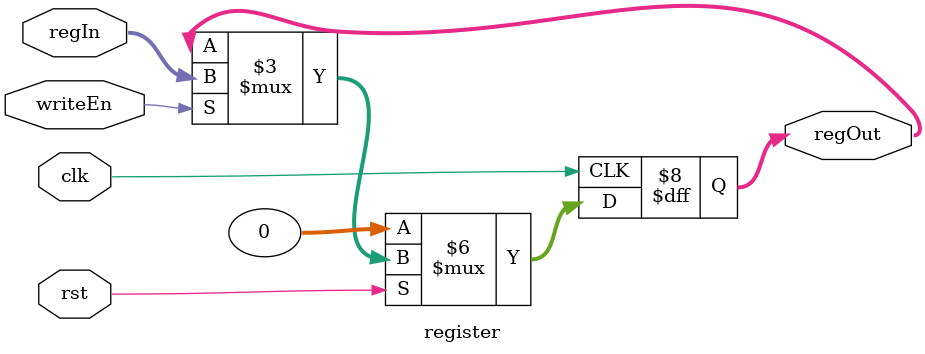
<source format=v>
module register (clk, rst, writeEn, regIn, regOut);
  input clk, rst, writeEn;
  input [31:0] regIn;
  output reg [31:0] regOut;

  always @ (posedge clk) begin
    if (rst == 0) regOut <= 0;
    else if (writeEn) regOut <= regIn;
  end
endmodule
</source>
